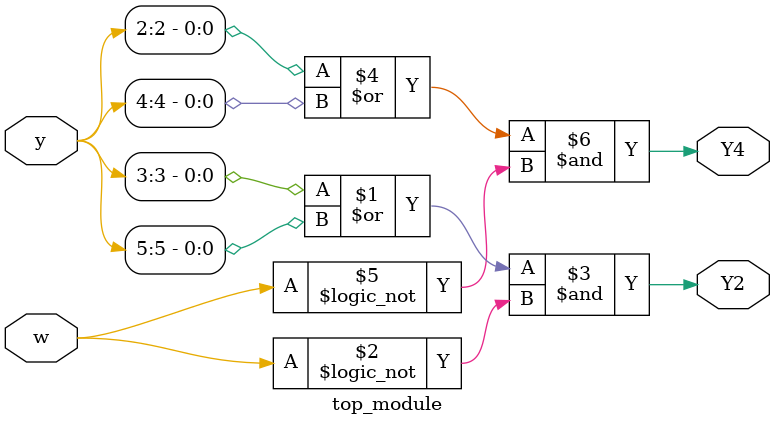
<source format=sv>
module top_module (
    input [6:1] y,
    input w,
    output Y2,
    output Y4
);

    wire  Y2, Y4;

    assign Y2 = (y[3] | y[5]) & !w;
    assign Y4 = (y[2] | y[4]) & !w;


endmodule

</source>
